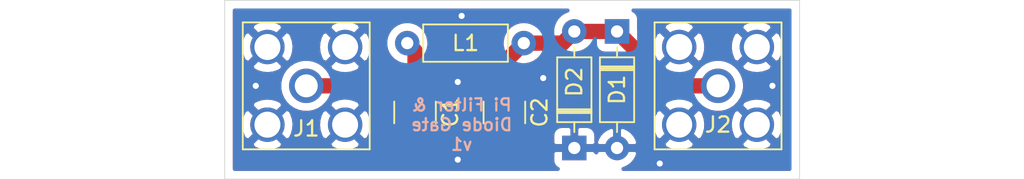
<source format=kicad_pcb>
(kicad_pcb (version 20171130) (host pcbnew "(5.1.7)-1")

  (general
    (thickness 1.6)
    (drawings 5)
    (tracks 18)
    (zones 0)
    (modules 7)
    (nets 4)
  )

  (page A4)
  (layers
    (0 F.Cu signal)
    (31 B.Cu signal)
    (32 B.Adhes user)
    (33 F.Adhes user)
    (34 B.Paste user)
    (35 F.Paste user)
    (36 B.SilkS user)
    (37 F.SilkS user)
    (38 B.Mask user)
    (39 F.Mask user)
    (40 Dwgs.User user)
    (41 Cmts.User user)
    (42 Eco1.User user)
    (43 Eco2.User user)
    (44 Edge.Cuts user)
    (45 Margin user)
    (46 B.CrtYd user)
    (47 F.CrtYd user)
    (48 B.Fab user)
    (49 F.Fab user hide)
  )

  (setup
    (last_trace_width 0.25)
    (user_trace_width 1)
    (trace_clearance 0.2)
    (zone_clearance 0.508)
    (zone_45_only no)
    (trace_min 0.2)
    (via_size 0.8)
    (via_drill 0.4)
    (via_min_size 0.4)
    (via_min_drill 0.3)
    (uvia_size 0.3)
    (uvia_drill 0.1)
    (uvias_allowed no)
    (uvia_min_size 0.2)
    (uvia_min_drill 0.1)
    (edge_width 0.05)
    (segment_width 0.2)
    (pcb_text_width 0.3)
    (pcb_text_size 1.5 1.5)
    (mod_edge_width 0.12)
    (mod_text_size 1 1)
    (mod_text_width 0.15)
    (pad_size 1.524 1.524)
    (pad_drill 0.762)
    (pad_to_mask_clearance 0)
    (aux_axis_origin 0 0)
    (visible_elements 7FFFFFFF)
    (pcbplotparams
      (layerselection 0x010fc_ffffffff)
      (usegerberextensions false)
      (usegerberattributes true)
      (usegerberadvancedattributes true)
      (creategerberjobfile true)
      (excludeedgelayer true)
      (linewidth 0.100000)
      (plotframeref false)
      (viasonmask false)
      (mode 1)
      (useauxorigin false)
      (hpglpennumber 1)
      (hpglpenspeed 20)
      (hpglpendiameter 15.000000)
      (psnegative false)
      (psa4output false)
      (plotreference true)
      (plotvalue true)
      (plotinvisibletext false)
      (padsonsilk false)
      (subtractmaskfromsilk false)
      (outputformat 1)
      (mirror false)
      (drillshape 1)
      (scaleselection 1)
      (outputdirectory ""))
  )

  (net 0 "")
  (net 1 "Net-(C1-Pad1)")
  (net 2 GND)
  (net 3 "Net-(C2-Pad1)")

  (net_class Default "This is the default net class."
    (clearance 0.2)
    (trace_width 0.25)
    (via_dia 0.8)
    (via_drill 0.4)
    (uvia_dia 0.3)
    (uvia_drill 0.1)
    (add_net GND)
    (add_net "Net-(C1-Pad1)")
    (add_net "Net-(C2-Pad1)")
  )

  (module Capacitor_SMD:C_1210_3225Metric_Pad1.33x2.70mm_HandSolder (layer F.Cu) (tedit 5F68FEEF) (tstamp 5FCB0A9C)
    (at 139.446 99.7835 270)
    (descr "Capacitor SMD 1210 (3225 Metric), square (rectangular) end terminal, IPC_7351 nominal with elongated pad for handsoldering. (Body size source: IPC-SM-782 page 76, https://www.pcb-3d.com/wordpress/wp-content/uploads/ipc-sm-782a_amendment_1_and_2.pdf), generated with kicad-footprint-generator")
    (tags "capacitor handsolder")
    (path /5FC9899A)
    (attr smd)
    (fp_text reference C1 (at 0 -2.3 90) (layer F.SilkS)
      (effects (font (size 1 1) (thickness 0.15)))
    )
    (fp_text value C (at 0 2.3) (layer F.Fab)
      (effects (font (size 1 1) (thickness 0.15)))
    )
    (fp_line (start 2.48 1.6) (end -2.48 1.6) (layer F.CrtYd) (width 0.05))
    (fp_line (start 2.48 -1.6) (end 2.48 1.6) (layer F.CrtYd) (width 0.05))
    (fp_line (start -2.48 -1.6) (end 2.48 -1.6) (layer F.CrtYd) (width 0.05))
    (fp_line (start -2.48 1.6) (end -2.48 -1.6) (layer F.CrtYd) (width 0.05))
    (fp_line (start -0.711252 1.36) (end 0.711252 1.36) (layer F.SilkS) (width 0.12))
    (fp_line (start -0.711252 -1.36) (end 0.711252 -1.36) (layer F.SilkS) (width 0.12))
    (fp_line (start 1.6 1.25) (end -1.6 1.25) (layer F.Fab) (width 0.1))
    (fp_line (start 1.6 -1.25) (end 1.6 1.25) (layer F.Fab) (width 0.1))
    (fp_line (start -1.6 -1.25) (end 1.6 -1.25) (layer F.Fab) (width 0.1))
    (fp_line (start -1.6 1.25) (end -1.6 -1.25) (layer F.Fab) (width 0.1))
    (fp_text user %R (at 0 0 90) (layer F.Fab)
      (effects (font (size 0.8 0.8) (thickness 0.12)))
    )
    (pad 1 smd roundrect (at -1.5625 0 270) (size 1.325 2.7) (layers F.Cu F.Paste F.Mask) (roundrect_rratio 0.188679)
      (net 1 "Net-(C1-Pad1)"))
    (pad 2 smd roundrect (at 1.5625 0 270) (size 1.325 2.7) (layers F.Cu F.Paste F.Mask) (roundrect_rratio 0.188679)
      (net 2 GND))
    (model ${KISYS3DMOD}/Capacitor_SMD.3dshapes/C_1210_3225Metric.wrl
      (at (xyz 0 0 0))
      (scale (xyz 1 1 1))
      (rotate (xyz 0 0 0))
    )
  )

  (module Capacitor_SMD:C_1210_3225Metric_Pad1.33x2.70mm_HandSolder (layer F.Cu) (tedit 5F68FEEF) (tstamp 5FCB0AAD)
    (at 145.288 99.7835 270)
    (descr "Capacitor SMD 1210 (3225 Metric), square (rectangular) end terminal, IPC_7351 nominal with elongated pad for handsoldering. (Body size source: IPC-SM-782 page 76, https://www.pcb-3d.com/wordpress/wp-content/uploads/ipc-sm-782a_amendment_1_and_2.pdf), generated with kicad-footprint-generator")
    (tags "capacitor handsolder")
    (path /5FC9982A)
    (attr smd)
    (fp_text reference C2 (at 0 -2.3 90) (layer F.SilkS)
      (effects (font (size 1 1) (thickness 0.15)))
    )
    (fp_text value C (at 0 2.3 90) (layer F.Fab)
      (effects (font (size 1 1) (thickness 0.15)))
    )
    (fp_line (start -1.6 1.25) (end -1.6 -1.25) (layer F.Fab) (width 0.1))
    (fp_line (start -1.6 -1.25) (end 1.6 -1.25) (layer F.Fab) (width 0.1))
    (fp_line (start 1.6 -1.25) (end 1.6 1.25) (layer F.Fab) (width 0.1))
    (fp_line (start 1.6 1.25) (end -1.6 1.25) (layer F.Fab) (width 0.1))
    (fp_line (start -0.711252 -1.36) (end 0.711252 -1.36) (layer F.SilkS) (width 0.12))
    (fp_line (start -0.711252 1.36) (end 0.711252 1.36) (layer F.SilkS) (width 0.12))
    (fp_line (start -2.48 1.6) (end -2.48 -1.6) (layer F.CrtYd) (width 0.05))
    (fp_line (start -2.48 -1.6) (end 2.48 -1.6) (layer F.CrtYd) (width 0.05))
    (fp_line (start 2.48 -1.6) (end 2.48 1.6) (layer F.CrtYd) (width 0.05))
    (fp_line (start 2.48 1.6) (end -2.48 1.6) (layer F.CrtYd) (width 0.05))
    (fp_text user %R (at 0 0 90) (layer F.Fab)
      (effects (font (size 0.8 0.8) (thickness 0.12)))
    )
    (pad 2 smd roundrect (at 1.5625 0 270) (size 1.325 2.7) (layers F.Cu F.Paste F.Mask) (roundrect_rratio 0.188679)
      (net 2 GND))
    (pad 1 smd roundrect (at -1.5625 0 270) (size 1.325 2.7) (layers F.Cu F.Paste F.Mask) (roundrect_rratio 0.188679)
      (net 3 "Net-(C2-Pad1)"))
    (model ${KISYS3DMOD}/Capacitor_SMD.3dshapes/C_1210_3225Metric.wrl
      (at (xyz 0 0 0))
      (scale (xyz 1 1 1))
      (rotate (xyz 0 0 0))
    )
  )

  (module Diode_THT:D_DO-35_SOD27_P7.62mm_Horizontal (layer F.Cu) (tedit 5AE50CD5) (tstamp 5FCB0ACC)
    (at 152.654 94.488 270)
    (descr "Diode, DO-35_SOD27 series, Axial, Horizontal, pin pitch=7.62mm, , length*diameter=4*2mm^2, , http://www.diodes.com/_files/packages/DO-35.pdf")
    (tags "Diode DO-35_SOD27 series Axial Horizontal pin pitch 7.62mm  length 4mm diameter 2mm")
    (path /5FCA388A)
    (fp_text reference D1 (at 3.81 0 90) (layer F.SilkS)
      (effects (font (size 1 1) (thickness 0.15)))
    )
    (fp_text value 1N4148 (at 3.81 2.12 90) (layer F.Fab)
      (effects (font (size 1 1) (thickness 0.15)))
    )
    (fp_line (start 8.67 -1.25) (end -1.05 -1.25) (layer F.CrtYd) (width 0.05))
    (fp_line (start 8.67 1.25) (end 8.67 -1.25) (layer F.CrtYd) (width 0.05))
    (fp_line (start -1.05 1.25) (end 8.67 1.25) (layer F.CrtYd) (width 0.05))
    (fp_line (start -1.05 -1.25) (end -1.05 1.25) (layer F.CrtYd) (width 0.05))
    (fp_line (start 2.29 -1.12) (end 2.29 1.12) (layer F.SilkS) (width 0.12))
    (fp_line (start 2.53 -1.12) (end 2.53 1.12) (layer F.SilkS) (width 0.12))
    (fp_line (start 2.41 -1.12) (end 2.41 1.12) (layer F.SilkS) (width 0.12))
    (fp_line (start 6.58 0) (end 5.93 0) (layer F.SilkS) (width 0.12))
    (fp_line (start 1.04 0) (end 1.69 0) (layer F.SilkS) (width 0.12))
    (fp_line (start 5.93 -1.12) (end 1.69 -1.12) (layer F.SilkS) (width 0.12))
    (fp_line (start 5.93 1.12) (end 5.93 -1.12) (layer F.SilkS) (width 0.12))
    (fp_line (start 1.69 1.12) (end 5.93 1.12) (layer F.SilkS) (width 0.12))
    (fp_line (start 1.69 -1.12) (end 1.69 1.12) (layer F.SilkS) (width 0.12))
    (fp_line (start 2.31 -1) (end 2.31 1) (layer F.Fab) (width 0.1))
    (fp_line (start 2.51 -1) (end 2.51 1) (layer F.Fab) (width 0.1))
    (fp_line (start 2.41 -1) (end 2.41 1) (layer F.Fab) (width 0.1))
    (fp_line (start 7.62 0) (end 5.81 0) (layer F.Fab) (width 0.1))
    (fp_line (start 0 0) (end 1.81 0) (layer F.Fab) (width 0.1))
    (fp_line (start 5.81 -1) (end 1.81 -1) (layer F.Fab) (width 0.1))
    (fp_line (start 5.81 1) (end 5.81 -1) (layer F.Fab) (width 0.1))
    (fp_line (start 1.81 1) (end 5.81 1) (layer F.Fab) (width 0.1))
    (fp_line (start 1.81 -1) (end 1.81 1) (layer F.Fab) (width 0.1))
    (fp_text user %R (at 4.11 0 90) (layer F.Fab)
      (effects (font (size 0.8 0.8) (thickness 0.12)))
    )
    (fp_text user K (at 0 -1.8 90) (layer F.Fab)
      (effects (font (size 1 1) (thickness 0.15)))
    )
    (pad 1 thru_hole rect (at 0 0 270) (size 1.6 1.6) (drill 0.8) (layers *.Cu *.Mask)
      (net 3 "Net-(C2-Pad1)"))
    (pad 2 thru_hole oval (at 7.62 0 270) (size 1.6 1.6) (drill 0.8) (layers *.Cu *.Mask)
      (net 2 GND))
    (model ${KISYS3DMOD}/Diode_THT.3dshapes/D_DO-35_SOD27_P7.62mm_Horizontal.wrl
      (at (xyz 0 0 0))
      (scale (xyz 1 1 1))
      (rotate (xyz 0 0 0))
    )
  )

  (module Diode_THT:D_DO-35_SOD27_P7.62mm_Horizontal (layer F.Cu) (tedit 5AE50CD5) (tstamp 5FCB0AEB)
    (at 149.86 102.108 90)
    (descr "Diode, DO-35_SOD27 series, Axial, Horizontal, pin pitch=7.62mm, , length*diameter=4*2mm^2, , http://www.diodes.com/_files/packages/DO-35.pdf")
    (tags "Diode DO-35_SOD27 series Axial Horizontal pin pitch 7.62mm  length 4mm diameter 2mm")
    (path /5FCA4757)
    (fp_text reference D2 (at 4.318 0 90) (layer F.SilkS)
      (effects (font (size 1 1) (thickness 0.15)))
    )
    (fp_text value 1N4148 (at 3.81 2.12 90) (layer F.Fab)
      (effects (font (size 1 1) (thickness 0.15)))
    )
    (fp_line (start 1.81 -1) (end 1.81 1) (layer F.Fab) (width 0.1))
    (fp_line (start 1.81 1) (end 5.81 1) (layer F.Fab) (width 0.1))
    (fp_line (start 5.81 1) (end 5.81 -1) (layer F.Fab) (width 0.1))
    (fp_line (start 5.81 -1) (end 1.81 -1) (layer F.Fab) (width 0.1))
    (fp_line (start 0 0) (end 1.81 0) (layer F.Fab) (width 0.1))
    (fp_line (start 7.62 0) (end 5.81 0) (layer F.Fab) (width 0.1))
    (fp_line (start 2.41 -1) (end 2.41 1) (layer F.Fab) (width 0.1))
    (fp_line (start 2.51 -1) (end 2.51 1) (layer F.Fab) (width 0.1))
    (fp_line (start 2.31 -1) (end 2.31 1) (layer F.Fab) (width 0.1))
    (fp_line (start 1.69 -1.12) (end 1.69 1.12) (layer F.SilkS) (width 0.12))
    (fp_line (start 1.69 1.12) (end 5.93 1.12) (layer F.SilkS) (width 0.12))
    (fp_line (start 5.93 1.12) (end 5.93 -1.12) (layer F.SilkS) (width 0.12))
    (fp_line (start 5.93 -1.12) (end 1.69 -1.12) (layer F.SilkS) (width 0.12))
    (fp_line (start 1.04 0) (end 1.69 0) (layer F.SilkS) (width 0.12))
    (fp_line (start 6.58 0) (end 5.93 0) (layer F.SilkS) (width 0.12))
    (fp_line (start 2.41 -1.12) (end 2.41 1.12) (layer F.SilkS) (width 0.12))
    (fp_line (start 2.53 -1.12) (end 2.53 1.12) (layer F.SilkS) (width 0.12))
    (fp_line (start 2.29 -1.12) (end 2.29 1.12) (layer F.SilkS) (width 0.12))
    (fp_line (start -1.05 -1.25) (end -1.05 1.25) (layer F.CrtYd) (width 0.05))
    (fp_line (start -1.05 1.25) (end 8.67 1.25) (layer F.CrtYd) (width 0.05))
    (fp_line (start 8.67 1.25) (end 8.67 -1.25) (layer F.CrtYd) (width 0.05))
    (fp_line (start 8.67 -1.25) (end -1.05 -1.25) (layer F.CrtYd) (width 0.05))
    (fp_text user K (at 0 -1.8 90) (layer F.Fab)
      (effects (font (size 1 1) (thickness 0.15)))
    )
    (fp_text user %R (at 4.11 0 90) (layer F.Fab)
      (effects (font (size 0.8 0.8) (thickness 0.12)))
    )
    (pad 2 thru_hole oval (at 7.62 0 90) (size 1.6 1.6) (drill 0.8) (layers *.Cu *.Mask)
      (net 3 "Net-(C2-Pad1)"))
    (pad 1 thru_hole rect (at 0 0 90) (size 1.6 1.6) (drill 0.8) (layers *.Cu *.Mask)
      (net 2 GND))
    (model ${KISYS3DMOD}/Diode_THT.3dshapes/D_DO-35_SOD27_P7.62mm_Horizontal.wrl
      (at (xyz 0 0 0))
      (scale (xyz 1 1 1))
      (rotate (xyz 0 0 0))
    )
  )

  (module Connector_Coaxial:SMA_Amphenol_132203-12_Horizontal (layer F.Cu) (tedit 5CF42CD6) (tstamp 5FCB0B19)
    (at 132.334 98.044 90)
    (descr https://www.amphenolrf.com/media/downloads/1769/132203-12.pdf)
    (tags "SMA THT Female Jack Horizontal")
    (path /5FC9CEE4)
    (fp_text reference J1 (at -2.794 0) (layer F.SilkS)
      (effects (font (size 1 1) (thickness 0.15)))
    )
    (fp_text value Conn_Coaxial (at 0 5 90) (layer F.Fab)
      (effects (font (size 1 1) (thickness 0.15)))
    )
    (fp_line (start -3.175 -18) (end 3.175 -18.706) (layer F.Fab) (width 0.1))
    (fp_line (start -4 -4) (end 4 -4) (layer F.Fab) (width 0.1))
    (fp_line (start -3.9 -5.07) (end -3.9 -4) (layer F.Fab) (width 0.1))
    (fp_line (start 3.9 -5.07) (end -3.9 -5.07) (layer F.Fab) (width 0.1))
    (fp_line (start 3.9 -4) (end 3.9 -5.07) (layer F.Fab) (width 0.1))
    (fp_line (start 3.175 -19.5) (end 3.175 -5.07) (layer F.Fab) (width 0.1))
    (fp_line (start -3.175 -19.5) (end -3.175 -5.07) (layer F.Fab) (width 0.1))
    (fp_line (start -3.175 -19.5) (end 3.175 -19.5) (layer F.Fab) (width 0.1))
    (fp_line (start -4.15 -4.15) (end 4.15 -4.15) (layer F.SilkS) (width 0.12))
    (fp_line (start -4.15 4.15) (end 4.15 4.15) (layer F.SilkS) (width 0.12))
    (fp_line (start 4.15 -4.15) (end 4.15 4.15) (layer F.SilkS) (width 0.12))
    (fp_line (start -4.15 -4.15) (end -4.15 4.15) (layer F.SilkS) (width 0.12))
    (fp_line (start 4 -4) (end 4 4) (layer F.Fab) (width 0.1))
    (fp_line (start -4 4) (end 4 4) (layer F.Fab) (width 0.1))
    (fp_line (start -4 -4) (end -4 4) (layer F.Fab) (width 0.1))
    (fp_line (start -4.5 -20) (end 4.5 -20) (layer F.CrtYd) (width 0.05))
    (fp_line (start -4.5 -20) (end -4.5 4.5) (layer F.CrtYd) (width 0.05))
    (fp_line (start 4.5 4.5) (end 4.5 -20) (layer F.CrtYd) (width 0.05))
    (fp_line (start 4.5 4.5) (end -4.5 4.5) (layer F.CrtYd) (width 0.05))
    (fp_line (start -3.175 -17.294) (end 3.175 -18) (layer F.Fab) (width 0.1))
    (fp_line (start -3.175 -16.588) (end 3.175 -17.294) (layer F.Fab) (width 0.1))
    (fp_line (start -3.175 -15.882) (end 3.175 -16.588) (layer F.Fab) (width 0.1))
    (fp_line (start -3.175 -15.176) (end 3.175 -15.882) (layer F.Fab) (width 0.1))
    (fp_line (start -3.175 -14.47) (end 3.175 -15.176) (layer F.Fab) (width 0.1))
    (fp_line (start -3.175 -13.764) (end 3.175 -14.47) (layer F.Fab) (width 0.1))
    (fp_line (start -3.175 -13.058) (end 3.175 -13.764) (layer F.Fab) (width 0.1))
    (fp_line (start -3.175 -12.352) (end 3.175 -13.058) (layer F.Fab) (width 0.1))
    (fp_line (start -3.175 -11.646) (end 3.175 -12.352) (layer F.Fab) (width 0.1))
    (fp_line (start -3.175 -10.94) (end 3.175 -11.646) (layer F.Fab) (width 0.1))
    (fp_line (start -3.175 -10.234) (end 3.175 -10.94) (layer F.Fab) (width 0.1))
    (fp_line (start -3.175 -9.528) (end 3.175 -10.234) (layer F.Fab) (width 0.1))
    (fp_line (start -3.175 -8.822) (end 3.175 -9.528) (layer F.Fab) (width 0.1))
    (fp_line (start -3.175 -8.116) (end 3.175 -8.822) (layer F.Fab) (width 0.1))
    (fp_line (start -3.175 -7.41) (end 3.175 -8.116) (layer F.Fab) (width 0.1))
    (fp_line (start -3.175 -6.704) (end 3.175 -7.41) (layer F.Fab) (width 0.1))
    (fp_line (start -3.175 -5.998) (end 3.175 -6.704) (layer F.Fab) (width 0.1))
    (fp_text user %R (at 0 0 90) (layer F.Fab)
      (effects (font (size 1 1) (thickness 0.15)))
    )
    (pad 1 thru_hole circle (at 0 0 90) (size 2.25 2.25) (drill 1.5) (layers *.Cu *.Mask)
      (net 1 "Net-(C1-Pad1)"))
    (pad 2 thru_hole circle (at 2.54 2.54 180) (size 2.25 2.25) (drill 1.7) (layers *.Cu *.Mask)
      (net 2 GND))
    (pad 2 thru_hole circle (at 2.54 -2.54 90) (size 2.25 2.25) (drill 1.7) (layers *.Cu *.Mask)
      (net 2 GND))
    (pad 2 thru_hole circle (at -2.54 -2.54 90) (size 2.25 2.25) (drill 1.7) (layers *.Cu *.Mask)
      (net 2 GND))
    (pad 2 thru_hole circle (at -2.54 2.54 90) (size 2.25 2.25) (drill 1.7) (layers *.Cu *.Mask)
      (net 2 GND))
    (model ${KISYS3DMOD}/Connector_Coaxial.3dshapes/SMA_Amphenol_132203-12_Horizontal.wrl
      (at (xyz 0 0 0))
      (scale (xyz 1 1 1))
      (rotate (xyz 0 0 0))
    )
  )

  (module Connector_Coaxial:SMA_Amphenol_132203-12_Horizontal (layer F.Cu) (tedit 5CF42CD6) (tstamp 5FCB0B47)
    (at 159.258 98.044 270)
    (descr https://www.amphenolrf.com/media/downloads/1769/132203-12.pdf)
    (tags "SMA THT Female Jack Horizontal")
    (path /5FC9AC20)
    (fp_text reference J2 (at 2.54 0) (layer F.SilkS)
      (effects (font (size 1 1) (thickness 0.15)))
    )
    (fp_text value Conn_Coaxial (at 0 5 90) (layer F.Fab)
      (effects (font (size 1 1) (thickness 0.15)))
    )
    (fp_line (start -3.175 -5.998) (end 3.175 -6.704) (layer F.Fab) (width 0.1))
    (fp_line (start -3.175 -6.704) (end 3.175 -7.41) (layer F.Fab) (width 0.1))
    (fp_line (start -3.175 -7.41) (end 3.175 -8.116) (layer F.Fab) (width 0.1))
    (fp_line (start -3.175 -8.116) (end 3.175 -8.822) (layer F.Fab) (width 0.1))
    (fp_line (start -3.175 -8.822) (end 3.175 -9.528) (layer F.Fab) (width 0.1))
    (fp_line (start -3.175 -9.528) (end 3.175 -10.234) (layer F.Fab) (width 0.1))
    (fp_line (start -3.175 -10.234) (end 3.175 -10.94) (layer F.Fab) (width 0.1))
    (fp_line (start -3.175 -10.94) (end 3.175 -11.646) (layer F.Fab) (width 0.1))
    (fp_line (start -3.175 -11.646) (end 3.175 -12.352) (layer F.Fab) (width 0.1))
    (fp_line (start -3.175 -12.352) (end 3.175 -13.058) (layer F.Fab) (width 0.1))
    (fp_line (start -3.175 -13.058) (end 3.175 -13.764) (layer F.Fab) (width 0.1))
    (fp_line (start -3.175 -13.764) (end 3.175 -14.47) (layer F.Fab) (width 0.1))
    (fp_line (start -3.175 -14.47) (end 3.175 -15.176) (layer F.Fab) (width 0.1))
    (fp_line (start -3.175 -15.176) (end 3.175 -15.882) (layer F.Fab) (width 0.1))
    (fp_line (start -3.175 -15.882) (end 3.175 -16.588) (layer F.Fab) (width 0.1))
    (fp_line (start -3.175 -16.588) (end 3.175 -17.294) (layer F.Fab) (width 0.1))
    (fp_line (start -3.175 -17.294) (end 3.175 -18) (layer F.Fab) (width 0.1))
    (fp_line (start 4.5 4.5) (end -4.5 4.5) (layer F.CrtYd) (width 0.05))
    (fp_line (start 4.5 4.5) (end 4.5 -20) (layer F.CrtYd) (width 0.05))
    (fp_line (start -4.5 -20) (end -4.5 4.5) (layer F.CrtYd) (width 0.05))
    (fp_line (start -4.5 -20) (end 4.5 -20) (layer F.CrtYd) (width 0.05))
    (fp_line (start -4 -4) (end -4 4) (layer F.Fab) (width 0.1))
    (fp_line (start -4 4) (end 4 4) (layer F.Fab) (width 0.1))
    (fp_line (start 4 -4) (end 4 4) (layer F.Fab) (width 0.1))
    (fp_line (start -4.15 -4.15) (end -4.15 4.15) (layer F.SilkS) (width 0.12))
    (fp_line (start 4.15 -4.15) (end 4.15 4.15) (layer F.SilkS) (width 0.12))
    (fp_line (start -4.15 4.15) (end 4.15 4.15) (layer F.SilkS) (width 0.12))
    (fp_line (start -4.15 -4.15) (end 4.15 -4.15) (layer F.SilkS) (width 0.12))
    (fp_line (start -3.175 -19.5) (end 3.175 -19.5) (layer F.Fab) (width 0.1))
    (fp_line (start -3.175 -19.5) (end -3.175 -5.07) (layer F.Fab) (width 0.1))
    (fp_line (start 3.175 -19.5) (end 3.175 -5.07) (layer F.Fab) (width 0.1))
    (fp_line (start 3.9 -4) (end 3.9 -5.07) (layer F.Fab) (width 0.1))
    (fp_line (start 3.9 -5.07) (end -3.9 -5.07) (layer F.Fab) (width 0.1))
    (fp_line (start -3.9 -5.07) (end -3.9 -4) (layer F.Fab) (width 0.1))
    (fp_line (start -4 -4) (end 4 -4) (layer F.Fab) (width 0.1))
    (fp_line (start -3.175 -18) (end 3.175 -18.706) (layer F.Fab) (width 0.1))
    (fp_text user %R (at 0 0 90) (layer F.Fab)
      (effects (font (size 1 1) (thickness 0.15)))
    )
    (pad 2 thru_hole circle (at -2.54 2.54 270) (size 2.25 2.25) (drill 1.7) (layers *.Cu *.Mask)
      (net 2 GND))
    (pad 2 thru_hole circle (at -2.54 -2.54 270) (size 2.25 2.25) (drill 1.7) (layers *.Cu *.Mask)
      (net 2 GND))
    (pad 2 thru_hole circle (at 2.54 -2.54 270) (size 2.25 2.25) (drill 1.7) (layers *.Cu *.Mask)
      (net 2 GND))
    (pad 2 thru_hole circle (at 2.54 2.54) (size 2.25 2.25) (drill 1.7) (layers *.Cu *.Mask)
      (net 2 GND))
    (pad 1 thru_hole circle (at 0 0 270) (size 2.25 2.25) (drill 1.5) (layers *.Cu *.Mask)
      (net 3 "Net-(C2-Pad1)"))
    (model ${KISYS3DMOD}/Connector_Coaxial.3dshapes/SMA_Amphenol_132203-12_Horizontal.wrl
      (at (xyz 0 0 0))
      (scale (xyz 1 1 1))
      (rotate (xyz 0 0 0))
    )
  )

  (module Inductor_THT:L_Axial_L5.3mm_D2.2mm_P7.62mm_Horizontal_Vishay_IM-1 (layer F.Cu) (tedit 5AE59B05) (tstamp 5FCB0B5C)
    (at 138.938 95.25)
    (descr "Inductor, Axial series, Axial, Horizontal, pin pitch=7.62mm, , length*diameter=5.3*2.2mm^2, Vishay, IM-1, http://www.vishay.com/docs/34030/im.pdf")
    (tags "Inductor Axial series Axial Horizontal pin pitch 7.62mm  length 5.3mm diameter 2.2mm Vishay IM-1")
    (path /5FC9829B)
    (fp_text reference L1 (at 3.81 0) (layer F.SilkS)
      (effects (font (size 1 1) (thickness 0.15)))
    )
    (fp_text value L (at 3.81 2.22) (layer F.Fab)
      (effects (font (size 1 1) (thickness 0.15)))
    )
    (fp_line (start 8.67 -1.35) (end -1.05 -1.35) (layer F.CrtYd) (width 0.05))
    (fp_line (start 8.67 1.35) (end 8.67 -1.35) (layer F.CrtYd) (width 0.05))
    (fp_line (start -1.05 1.35) (end 8.67 1.35) (layer F.CrtYd) (width 0.05))
    (fp_line (start -1.05 -1.35) (end -1.05 1.35) (layer F.CrtYd) (width 0.05))
    (fp_line (start 6.58 -1.22) (end 1.04 -1.22) (layer F.SilkS) (width 0.12))
    (fp_line (start 6.58 1.22) (end 6.58 -1.22) (layer F.SilkS) (width 0.12))
    (fp_line (start 1.04 1.22) (end 6.58 1.22) (layer F.SilkS) (width 0.12))
    (fp_line (start 1.04 -1.22) (end 1.04 1.22) (layer F.SilkS) (width 0.12))
    (fp_line (start 7.62 0) (end 6.46 0) (layer F.Fab) (width 0.1))
    (fp_line (start 0 0) (end 1.16 0) (layer F.Fab) (width 0.1))
    (fp_line (start 6.46 -1.1) (end 1.16 -1.1) (layer F.Fab) (width 0.1))
    (fp_line (start 6.46 1.1) (end 6.46 -1.1) (layer F.Fab) (width 0.1))
    (fp_line (start 1.16 1.1) (end 6.46 1.1) (layer F.Fab) (width 0.1))
    (fp_line (start 1.16 -1.1) (end 1.16 1.1) (layer F.Fab) (width 0.1))
    (fp_text user %R (at 3.81 0) (layer F.Fab)
      (effects (font (size 1 1) (thickness 0.15)))
    )
    (pad 1 thru_hole circle (at 0 0) (size 1.6 1.6) (drill 0.8) (layers *.Cu *.Mask)
      (net 1 "Net-(C1-Pad1)"))
    (pad 2 thru_hole oval (at 7.62 0) (size 1.6 1.6) (drill 0.8) (layers *.Cu *.Mask)
      (net 3 "Net-(C2-Pad1)"))
    (model ${KISYS3DMOD}/Inductor_THT.3dshapes/L_Axial_L5.3mm_D2.2mm_P7.62mm_Horizontal_Vishay_IM-1.wrl
      (at (xyz 0 0 0))
      (scale (xyz 1 1 1))
      (rotate (xyz 0 0 0))
    )
  )

  (gr_text "Pi Filter &\nDiode Gate\nv1" (at 142.494 100.584) (layer B.SilkS)
    (effects (font (size 0.8 0.8) (thickness 0.15)) (justify mirror))
  )
  (gr_line (start 127 104.14) (end 127 92.456) (layer Edge.Cuts) (width 0.05) (tstamp 5FCB184B))
  (gr_line (start 164.592 104.14) (end 127 104.14) (layer Edge.Cuts) (width 0.05))
  (gr_line (start 164.592 92.456) (end 164.592 104.14) (layer Edge.Cuts) (width 0.05))
  (gr_line (start 127 92.456) (end 164.592 92.456) (layer Edge.Cuts) (width 0.05))

  (segment (start 139.269 98.044) (end 139.446 98.221) (width 1) (layer F.Cu) (net 1))
  (segment (start 132.334 98.044) (end 139.269 98.044) (width 1) (layer F.Cu) (net 1))
  (segment (start 139.446 95.758) (end 138.938 95.25) (width 1) (layer F.Cu) (net 1))
  (segment (start 139.446 98.221) (end 139.446 95.758) (width 1) (layer F.Cu) (net 1))
  (via (at 142.24 102.87) (size 0.8) (drill 0.4) (layers F.Cu B.Cu) (net 2))
  (via (at 142.24 97.79) (size 0.8) (drill 0.4) (layers F.Cu B.Cu) (net 2))
  (via (at 147.828 97.536) (size 0.8) (drill 0.4) (layers F.Cu B.Cu) (net 2))
  (via (at 155.448 103.124) (size 0.8) (drill 0.4) (layers F.Cu B.Cu) (net 2))
  (via (at 162.814 98.044) (size 0.8) (drill 0.4) (layers F.Cu B.Cu) (net 2))
  (via (at 129.032 98.044) (size 0.8) (drill 0.4) (layers F.Cu B.Cu) (net 2))
  (via (at 142.494 93.472) (size 0.8) (drill 0.4) (layers F.Cu B.Cu) (net 2))
  (segment (start 145.288 96.52) (end 146.558 95.25) (width 1) (layer F.Cu) (net 3))
  (segment (start 145.288 98.221) (end 145.288 96.52) (width 1) (layer F.Cu) (net 3))
  (segment (start 149.098 95.25) (end 149.86 94.488) (width 1) (layer F.Cu) (net 3))
  (segment (start 146.558 95.25) (end 149.098 95.25) (width 1) (layer F.Cu) (net 3))
  (segment (start 149.86 94.488) (end 152.654 94.488) (width 1) (layer F.Cu) (net 3))
  (segment (start 156.21 98.044) (end 159.258 98.044) (width 1) (layer F.Cu) (net 3))
  (segment (start 152.654 94.488) (end 156.21 98.044) (width 1) (layer F.Cu) (net 3))

  (zone (net 2) (net_name GND) (layer B.Cu) (tstamp 5FCB1945) (hatch edge 0.508)
    (connect_pads (clearance 0.508))
    (min_thickness 0.254)
    (fill yes (arc_segments 32) (thermal_gap 0.508) (thermal_bridge_width 0.508))
    (polygon
      (pts
        (xy 164.338 103.886) (xy 127.254 103.886) (xy 127.254 92.71) (xy 164.338 92.71)
      )
    )
    (filled_polygon
      (pts
        (xy 149.180273 93.21632) (xy 148.945241 93.373363) (xy 148.745363 93.573241) (xy 148.58832 93.808273) (xy 148.480147 94.069426)
        (xy 148.425 94.346665) (xy 148.425 94.629335) (xy 148.480147 94.906574) (xy 148.58832 95.167727) (xy 148.745363 95.402759)
        (xy 148.945241 95.602637) (xy 149.180273 95.75968) (xy 149.441426 95.867853) (xy 149.718665 95.923) (xy 150.001335 95.923)
        (xy 150.278574 95.867853) (xy 150.539727 95.75968) (xy 150.774759 95.602637) (xy 150.974637 95.402759) (xy 151.13168 95.167727)
        (xy 151.215928 94.964334) (xy 151.215928 95.288) (xy 151.228188 95.412482) (xy 151.264498 95.53218) (xy 151.323463 95.642494)
        (xy 151.402815 95.739185) (xy 151.499506 95.818537) (xy 151.60982 95.877502) (xy 151.729518 95.913812) (xy 151.854 95.926072)
        (xy 153.454 95.926072) (xy 153.578482 95.913812) (xy 153.69818 95.877502) (xy 153.808494 95.818537) (xy 153.905185 95.739185)
        (xy 153.984537 95.642494) (xy 154.027749 95.56165) (xy 154.950424 95.56165) (xy 154.995634 95.90538) (xy 155.107034 96.233685)
        (xy 155.216286 96.438079) (xy 155.493469 96.548926) (xy 156.538395 95.504) (xy 156.897605 95.504) (xy 157.942531 96.548926)
        (xy 158.219714 96.438079) (xy 158.373089 96.12716) (xy 158.46286 95.792295) (xy 158.478004 95.56165) (xy 160.030424 95.56165)
        (xy 160.075634 95.90538) (xy 160.187034 96.233685) (xy 160.296286 96.438079) (xy 160.573469 96.548926) (xy 161.618395 95.504)
        (xy 161.977605 95.504) (xy 163.022531 96.548926) (xy 163.299714 96.438079) (xy 163.453089 96.12716) (xy 163.54286 95.792295)
        (xy 163.565576 95.44635) (xy 163.520366 95.10262) (xy 163.408966 94.774315) (xy 163.299714 94.569921) (xy 163.022531 94.459074)
        (xy 161.977605 95.504) (xy 161.618395 95.504) (xy 160.573469 94.459074) (xy 160.296286 94.569921) (xy 160.142911 94.88084)
        (xy 160.05314 95.215705) (xy 160.030424 95.56165) (xy 158.478004 95.56165) (xy 158.485576 95.44635) (xy 158.440366 95.10262)
        (xy 158.328966 94.774315) (xy 158.219714 94.569921) (xy 157.942531 94.459074) (xy 156.897605 95.504) (xy 156.538395 95.504)
        (xy 155.493469 94.459074) (xy 155.216286 94.569921) (xy 155.062911 94.88084) (xy 154.97314 95.215705) (xy 154.950424 95.56165)
        (xy 154.027749 95.56165) (xy 154.043502 95.53218) (xy 154.079812 95.412482) (xy 154.092072 95.288) (xy 154.092072 94.279469)
        (xy 155.673074 94.279469) (xy 156.718 95.324395) (xy 157.762926 94.279469) (xy 160.753074 94.279469) (xy 161.798 95.324395)
        (xy 162.842926 94.279469) (xy 162.732079 94.002286) (xy 162.42116 93.848911) (xy 162.086295 93.75914) (xy 161.74035 93.736424)
        (xy 161.39662 93.781634) (xy 161.068315 93.893034) (xy 160.863921 94.002286) (xy 160.753074 94.279469) (xy 157.762926 94.279469)
        (xy 157.652079 94.002286) (xy 157.34116 93.848911) (xy 157.006295 93.75914) (xy 156.66035 93.736424) (xy 156.31662 93.781634)
        (xy 155.988315 93.893034) (xy 155.783921 94.002286) (xy 155.673074 94.279469) (xy 154.092072 94.279469) (xy 154.092072 93.688)
        (xy 154.079812 93.563518) (xy 154.043502 93.44382) (xy 153.984537 93.333506) (xy 153.905185 93.236815) (xy 153.808494 93.157463)
        (xy 153.730923 93.116) (xy 163.932 93.116) (xy 163.932001 103.48) (xy 153.068662 103.48) (xy 153.137087 103.459246)
        (xy 153.39142 103.339037) (xy 153.617414 103.171519) (xy 153.806385 102.963131) (xy 153.95107 102.721881) (xy 154.045909 102.45704)
        (xy 153.924624 102.235) (xy 152.781 102.235) (xy 152.781 102.255) (xy 152.527 102.255) (xy 152.527 102.235)
        (xy 151.383376 102.235) (xy 151.295018 102.39676) (xy 151.295 102.39375) (xy 151.13625 102.235) (xy 149.987 102.235)
        (xy 149.987 102.255) (xy 149.733 102.255) (xy 149.733 102.235) (xy 148.58375 102.235) (xy 148.425 102.39375)
        (xy 148.421928 102.908) (xy 148.434188 103.032482) (xy 148.470498 103.15218) (xy 148.529463 103.262494) (xy 148.608815 103.359185)
        (xy 148.705506 103.438537) (xy 148.783077 103.48) (xy 127.66 103.48) (xy 127.66 101.808531) (xy 128.749074 101.808531)
        (xy 128.859921 102.085714) (xy 129.17084 102.239089) (xy 129.505705 102.32886) (xy 129.85165 102.351576) (xy 130.19538 102.306366)
        (xy 130.523685 102.194966) (xy 130.728079 102.085714) (xy 130.838926 101.808531) (xy 133.829074 101.808531) (xy 133.939921 102.085714)
        (xy 134.25084 102.239089) (xy 134.585705 102.32886) (xy 134.93165 102.351576) (xy 135.27538 102.306366) (xy 135.603685 102.194966)
        (xy 135.808079 102.085714) (xy 135.918926 101.808531) (xy 134.874 100.763605) (xy 133.829074 101.808531) (xy 130.838926 101.808531)
        (xy 129.794 100.763605) (xy 128.749074 101.808531) (xy 127.66 101.808531) (xy 127.66 100.64165) (xy 128.026424 100.64165)
        (xy 128.071634 100.98538) (xy 128.183034 101.313685) (xy 128.292286 101.518079) (xy 128.569469 101.628926) (xy 129.614395 100.584)
        (xy 129.973605 100.584) (xy 131.018531 101.628926) (xy 131.295714 101.518079) (xy 131.449089 101.20716) (xy 131.53886 100.872295)
        (xy 131.554004 100.64165) (xy 133.106424 100.64165) (xy 133.151634 100.98538) (xy 133.263034 101.313685) (xy 133.372286 101.518079)
        (xy 133.649469 101.628926) (xy 134.694395 100.584) (xy 135.053605 100.584) (xy 136.098531 101.628926) (xy 136.375714 101.518079)
        (xy 136.479345 101.308) (xy 148.421928 101.308) (xy 148.425 101.82225) (xy 148.58375 101.981) (xy 149.733 101.981)
        (xy 149.733 100.83175) (xy 149.987 100.83175) (xy 149.987 101.981) (xy 151.13625 101.981) (xy 151.295 101.82225)
        (xy 151.295018 101.81924) (xy 151.383376 101.981) (xy 152.527 101.981) (xy 152.527 100.838085) (xy 152.781 100.838085)
        (xy 152.781 101.981) (xy 153.924624 101.981) (xy 154.018831 101.808531) (xy 155.673074 101.808531) (xy 155.783921 102.085714)
        (xy 156.09484 102.239089) (xy 156.429705 102.32886) (xy 156.77565 102.351576) (xy 157.11938 102.306366) (xy 157.447685 102.194966)
        (xy 157.652079 102.085714) (xy 157.762926 101.808531) (xy 160.753074 101.808531) (xy 160.863921 102.085714) (xy 161.17484 102.239089)
        (xy 161.509705 102.32886) (xy 161.85565 102.351576) (xy 162.19938 102.306366) (xy 162.527685 102.194966) (xy 162.732079 102.085714)
        (xy 162.842926 101.808531) (xy 161.798 100.763605) (xy 160.753074 101.808531) (xy 157.762926 101.808531) (xy 156.718 100.763605)
        (xy 155.673074 101.808531) (xy 154.018831 101.808531) (xy 154.045909 101.75896) (xy 153.95107 101.494119) (xy 153.806385 101.252869)
        (xy 153.617414 101.044481) (xy 153.39142 100.876963) (xy 153.137087 100.756754) (xy 153.003039 100.716096) (xy 152.781 100.838085)
        (xy 152.527 100.838085) (xy 152.304961 100.716096) (xy 152.170913 100.756754) (xy 151.91658 100.876963) (xy 151.690586 101.044481)
        (xy 151.501615 101.252869) (xy 151.35693 101.494119) (xy 151.295943 101.664428) (xy 151.298072 101.308) (xy 151.285812 101.183518)
        (xy 151.249502 101.06382) (xy 151.190537 100.953506) (xy 151.111185 100.856815) (xy 151.014494 100.777463) (xy 150.90418 100.718498)
        (xy 150.784482 100.682188) (xy 150.66 100.669928) (xy 150.14575 100.673) (xy 149.987 100.83175) (xy 149.733 100.83175)
        (xy 149.57425 100.673) (xy 149.06 100.669928) (xy 148.935518 100.682188) (xy 148.81582 100.718498) (xy 148.705506 100.777463)
        (xy 148.608815 100.856815) (xy 148.529463 100.953506) (xy 148.470498 101.06382) (xy 148.434188 101.183518) (xy 148.421928 101.308)
        (xy 136.479345 101.308) (xy 136.529089 101.20716) (xy 136.61886 100.872295) (xy 136.634004 100.64165) (xy 154.950424 100.64165)
        (xy 154.995634 100.98538) (xy 155.107034 101.313685) (xy 155.216286 101.518079) (xy 155.493469 101.628926) (xy 156.538395 100.584)
        (xy 156.897605 100.584) (xy 157.942531 101.628926) (xy 158.219714 101.518079) (xy 158.373089 101.20716) (xy 158.46286 100.872295)
        (xy 158.478004 100.64165) (xy 160.030424 100.64165) (xy 160.075634 100.98538) (xy 160.187034 101.313685) (xy 160.296286 101.518079)
        (xy 160.573469 101.628926) (xy 161.618395 100.584) (xy 161.977605 100.584) (xy 163.022531 101.628926) (xy 163.299714 101.518079)
        (xy 163.453089 101.20716) (xy 163.54286 100.872295) (xy 163.565576 100.52635) (xy 163.520366 100.18262) (xy 163.408966 99.854315)
        (xy 163.299714 99.649921) (xy 163.022531 99.539074) (xy 161.977605 100.584) (xy 161.618395 100.584) (xy 160.573469 99.539074)
        (xy 160.296286 99.649921) (xy 160.142911 99.96084) (xy 160.05314 100.295705) (xy 160.030424 100.64165) (xy 158.478004 100.64165)
        (xy 158.485576 100.52635) (xy 158.440366 100.18262) (xy 158.328966 99.854315) (xy 158.219714 99.649921) (xy 157.942531 99.539074)
        (xy 156.897605 100.584) (xy 156.538395 100.584) (xy 155.493469 99.539074) (xy 155.216286 99.649921) (xy 155.062911 99.96084)
        (xy 154.97314 100.295705) (xy 154.950424 100.64165) (xy 136.634004 100.64165) (xy 136.641576 100.52635) (xy 136.596366 100.18262)
        (xy 136.484966 99.854315) (xy 136.375714 99.649921) (xy 136.098531 99.539074) (xy 135.053605 100.584) (xy 134.694395 100.584)
        (xy 133.649469 99.539074) (xy 133.372286 99.649921) (xy 133.218911 99.96084) (xy 133.12914 100.295705) (xy 133.106424 100.64165)
        (xy 131.554004 100.64165) (xy 131.561576 100.52635) (xy 131.516366 100.18262) (xy 131.404966 99.854315) (xy 131.295714 99.649921)
        (xy 131.018531 99.539074) (xy 129.973605 100.584) (xy 129.614395 100.584) (xy 128.569469 99.539074) (xy 128.292286 99.649921)
        (xy 128.138911 99.96084) (xy 128.04914 100.295705) (xy 128.026424 100.64165) (xy 127.66 100.64165) (xy 127.66 99.359469)
        (xy 128.749074 99.359469) (xy 129.794 100.404395) (xy 130.838926 99.359469) (xy 130.728079 99.082286) (xy 130.41716 98.928911)
        (xy 130.082295 98.83914) (xy 129.73635 98.816424) (xy 129.39262 98.861634) (xy 129.064315 98.973034) (xy 128.859921 99.082286)
        (xy 128.749074 99.359469) (xy 127.66 99.359469) (xy 127.66 97.870655) (xy 130.574 97.870655) (xy 130.574 98.217345)
        (xy 130.641636 98.557373) (xy 130.774308 98.877673) (xy 130.966919 99.165935) (xy 131.212065 99.411081) (xy 131.500327 99.603692)
        (xy 131.820627 99.736364) (xy 132.160655 99.804) (xy 132.507345 99.804) (xy 132.847373 99.736364) (xy 133.167673 99.603692)
        (xy 133.455935 99.411081) (xy 133.507547 99.359469) (xy 133.829074 99.359469) (xy 134.874 100.404395) (xy 135.918926 99.359469)
        (xy 155.673074 99.359469) (xy 156.718 100.404395) (xy 157.762926 99.359469) (xy 157.652079 99.082286) (xy 157.34116 98.928911)
        (xy 157.006295 98.83914) (xy 156.66035 98.816424) (xy 156.31662 98.861634) (xy 155.988315 98.973034) (xy 155.783921 99.082286)
        (xy 155.673074 99.359469) (xy 135.918926 99.359469) (xy 135.808079 99.082286) (xy 135.49716 98.928911) (xy 135.162295 98.83914)
        (xy 134.81635 98.816424) (xy 134.47262 98.861634) (xy 134.144315 98.973034) (xy 133.939921 99.082286) (xy 133.829074 99.359469)
        (xy 133.507547 99.359469) (xy 133.701081 99.165935) (xy 133.893692 98.877673) (xy 134.026364 98.557373) (xy 134.094 98.217345)
        (xy 134.094 97.870655) (xy 157.498 97.870655) (xy 157.498 98.217345) (xy 157.565636 98.557373) (xy 157.698308 98.877673)
        (xy 157.890919 99.165935) (xy 158.136065 99.411081) (xy 158.424327 99.603692) (xy 158.744627 99.736364) (xy 159.084655 99.804)
        (xy 159.431345 99.804) (xy 159.771373 99.736364) (xy 160.091673 99.603692) (xy 160.379935 99.411081) (xy 160.431547 99.359469)
        (xy 160.753074 99.359469) (xy 161.798 100.404395) (xy 162.842926 99.359469) (xy 162.732079 99.082286) (xy 162.42116 98.928911)
        (xy 162.086295 98.83914) (xy 161.74035 98.816424) (xy 161.39662 98.861634) (xy 161.068315 98.973034) (xy 160.863921 99.082286)
        (xy 160.753074 99.359469) (xy 160.431547 99.359469) (xy 160.625081 99.165935) (xy 160.817692 98.877673) (xy 160.950364 98.557373)
        (xy 161.018 98.217345) (xy 161.018 97.870655) (xy 160.950364 97.530627) (xy 160.817692 97.210327) (xy 160.625081 96.922065)
        (xy 160.431547 96.728531) (xy 160.753074 96.728531) (xy 160.863921 97.005714) (xy 161.17484 97.159089) (xy 161.509705 97.24886)
        (xy 161.85565 97.271576) (xy 162.19938 97.226366) (xy 162.527685 97.114966) (xy 162.732079 97.005714) (xy 162.842926 96.728531)
        (xy 161.798 95.683605) (xy 160.753074 96.728531) (xy 160.431547 96.728531) (xy 160.379935 96.676919) (xy 160.091673 96.484308)
        (xy 159.771373 96.351636) (xy 159.431345 96.284) (xy 159.084655 96.284) (xy 158.744627 96.351636) (xy 158.424327 96.484308)
        (xy 158.136065 96.676919) (xy 157.890919 96.922065) (xy 157.698308 97.210327) (xy 157.565636 97.530627) (xy 157.498 97.870655)
        (xy 134.094 97.870655) (xy 134.026364 97.530627) (xy 133.893692 97.210327) (xy 133.701081 96.922065) (xy 133.507547 96.728531)
        (xy 133.829074 96.728531) (xy 133.939921 97.005714) (xy 134.25084 97.159089) (xy 134.585705 97.24886) (xy 134.93165 97.271576)
        (xy 135.27538 97.226366) (xy 135.603685 97.114966) (xy 135.808079 97.005714) (xy 135.918926 96.728531) (xy 155.673074 96.728531)
        (xy 155.783921 97.005714) (xy 156.09484 97.159089) (xy 156.429705 97.24886) (xy 156.77565 97.271576) (xy 157.11938 97.226366)
        (xy 157.447685 97.114966) (xy 157.652079 97.005714) (xy 157.762926 96.728531) (xy 156.718 95.683605) (xy 155.673074 96.728531)
        (xy 135.918926 96.728531) (xy 134.874 95.683605) (xy 133.829074 96.728531) (xy 133.507547 96.728531) (xy 133.455935 96.676919)
        (xy 133.167673 96.484308) (xy 132.847373 96.351636) (xy 132.507345 96.284) (xy 132.160655 96.284) (xy 131.820627 96.351636)
        (xy 131.500327 96.484308) (xy 131.212065 96.676919) (xy 130.966919 96.922065) (xy 130.774308 97.210327) (xy 130.641636 97.530627)
        (xy 130.574 97.870655) (xy 127.66 97.870655) (xy 127.66 96.728531) (xy 128.749074 96.728531) (xy 128.859921 97.005714)
        (xy 129.17084 97.159089) (xy 129.505705 97.24886) (xy 129.85165 97.271576) (xy 130.19538 97.226366) (xy 130.523685 97.114966)
        (xy 130.728079 97.005714) (xy 130.838926 96.728531) (xy 129.794 95.683605) (xy 128.749074 96.728531) (xy 127.66 96.728531)
        (xy 127.66 95.56165) (xy 128.026424 95.56165) (xy 128.071634 95.90538) (xy 128.183034 96.233685) (xy 128.292286 96.438079)
        (xy 128.569469 96.548926) (xy 129.614395 95.504) (xy 129.973605 95.504) (xy 131.018531 96.548926) (xy 131.295714 96.438079)
        (xy 131.449089 96.12716) (xy 131.53886 95.792295) (xy 131.554004 95.56165) (xy 133.106424 95.56165) (xy 133.151634 95.90538)
        (xy 133.263034 96.233685) (xy 133.372286 96.438079) (xy 133.649469 96.548926) (xy 134.694395 95.504) (xy 135.053605 95.504)
        (xy 136.098531 96.548926) (xy 136.375714 96.438079) (xy 136.529089 96.12716) (xy 136.61886 95.792295) (xy 136.641576 95.44635)
        (xy 136.597162 95.108665) (xy 137.503 95.108665) (xy 137.503 95.391335) (xy 137.558147 95.668574) (xy 137.66632 95.929727)
        (xy 137.823363 96.164759) (xy 138.023241 96.364637) (xy 138.258273 96.52168) (xy 138.519426 96.629853) (xy 138.796665 96.685)
        (xy 139.079335 96.685) (xy 139.356574 96.629853) (xy 139.617727 96.52168) (xy 139.852759 96.364637) (xy 140.052637 96.164759)
        (xy 140.20968 95.929727) (xy 140.317853 95.668574) (xy 140.373 95.391335) (xy 140.373 95.108665) (xy 145.123 95.108665)
        (xy 145.123 95.391335) (xy 145.178147 95.668574) (xy 145.28632 95.929727) (xy 145.443363 96.164759) (xy 145.643241 96.364637)
        (xy 145.878273 96.52168) (xy 146.139426 96.629853) (xy 146.416665 96.685) (xy 146.699335 96.685) (xy 146.976574 96.629853)
        (xy 147.237727 96.52168) (xy 147.472759 96.364637) (xy 147.672637 96.164759) (xy 147.82968 95.929727) (xy 147.937853 95.668574)
        (xy 147.993 95.391335) (xy 147.993 95.108665) (xy 147.937853 94.831426) (xy 147.82968 94.570273) (xy 147.672637 94.335241)
        (xy 147.472759 94.135363) (xy 147.237727 93.97832) (xy 146.976574 93.870147) (xy 146.699335 93.815) (xy 146.416665 93.815)
        (xy 146.139426 93.870147) (xy 145.878273 93.97832) (xy 145.643241 94.135363) (xy 145.443363 94.335241) (xy 145.28632 94.570273)
        (xy 145.178147 94.831426) (xy 145.123 95.108665) (xy 140.373 95.108665) (xy 140.317853 94.831426) (xy 140.20968 94.570273)
        (xy 140.052637 94.335241) (xy 139.852759 94.135363) (xy 139.617727 93.97832) (xy 139.356574 93.870147) (xy 139.079335 93.815)
        (xy 138.796665 93.815) (xy 138.519426 93.870147) (xy 138.258273 93.97832) (xy 138.023241 94.135363) (xy 137.823363 94.335241)
        (xy 137.66632 94.570273) (xy 137.558147 94.831426) (xy 137.503 95.108665) (xy 136.597162 95.108665) (xy 136.596366 95.10262)
        (xy 136.484966 94.774315) (xy 136.375714 94.569921) (xy 136.098531 94.459074) (xy 135.053605 95.504) (xy 134.694395 95.504)
        (xy 133.649469 94.459074) (xy 133.372286 94.569921) (xy 133.218911 94.88084) (xy 133.12914 95.215705) (xy 133.106424 95.56165)
        (xy 131.554004 95.56165) (xy 131.561576 95.44635) (xy 131.516366 95.10262) (xy 131.404966 94.774315) (xy 131.295714 94.569921)
        (xy 131.018531 94.459074) (xy 129.973605 95.504) (xy 129.614395 95.504) (xy 128.569469 94.459074) (xy 128.292286 94.569921)
        (xy 128.138911 94.88084) (xy 128.04914 95.215705) (xy 128.026424 95.56165) (xy 127.66 95.56165) (xy 127.66 94.279469)
        (xy 128.749074 94.279469) (xy 129.794 95.324395) (xy 130.838926 94.279469) (xy 133.829074 94.279469) (xy 134.874 95.324395)
        (xy 135.918926 94.279469) (xy 135.808079 94.002286) (xy 135.49716 93.848911) (xy 135.162295 93.75914) (xy 134.81635 93.736424)
        (xy 134.47262 93.781634) (xy 134.144315 93.893034) (xy 133.939921 94.002286) (xy 133.829074 94.279469) (xy 130.838926 94.279469)
        (xy 130.728079 94.002286) (xy 130.41716 93.848911) (xy 130.082295 93.75914) (xy 129.73635 93.736424) (xy 129.39262 93.781634)
        (xy 129.064315 93.893034) (xy 128.859921 94.002286) (xy 128.749074 94.279469) (xy 127.66 94.279469) (xy 127.66 93.116)
        (xy 149.422467 93.116)
      )
    )
  )
  (zone (net 2) (net_name GND) (layer F.Cu) (tstamp 5FCB1942) (hatch edge 0.508)
    (connect_pads (clearance 0.508))
    (min_thickness 0.254)
    (fill yes (arc_segments 32) (thermal_gap 0.508) (thermal_bridge_width 0.508))
    (polygon
      (pts
        (xy 164.338 103.886) (xy 127.254 103.886) (xy 127.254 92.71) (xy 164.338 92.71)
      )
    )
    (filled_polygon
      (pts
        (xy 149.180273 93.21632) (xy 148.945241 93.373363) (xy 148.745363 93.573241) (xy 148.58832 93.808273) (xy 148.480147 94.069426)
        (xy 148.471082 94.115) (xy 147.442284 94.115) (xy 147.237727 93.97832) (xy 146.976574 93.870147) (xy 146.699335 93.815)
        (xy 146.416665 93.815) (xy 146.139426 93.870147) (xy 145.878273 93.97832) (xy 145.643241 94.135363) (xy 145.443363 94.335241)
        (xy 145.28632 94.570273) (xy 145.178147 94.831426) (xy 145.13015 95.072718) (xy 144.52486 95.678009) (xy 144.481552 95.713551)
        (xy 144.339717 95.886377) (xy 144.32956 95.90538) (xy 144.234324 96.083554) (xy 144.169423 96.297502) (xy 144.147509 96.52)
        (xy 144.153 96.575751) (xy 144.153 96.923875) (xy 144.014745 96.937492) (xy 143.848149 96.988028) (xy 143.694613 97.070095)
        (xy 143.560038 97.180538) (xy 143.449595 97.315113) (xy 143.367528 97.468649) (xy 143.316992 97.635245) (xy 143.299928 97.808499)
        (xy 143.299928 98.633501) (xy 143.316992 98.806755) (xy 143.367528 98.973351) (xy 143.449595 99.126887) (xy 143.560038 99.261462)
        (xy 143.694613 99.371905) (xy 143.848149 99.453972) (xy 144.014745 99.504508) (xy 144.187999 99.521572) (xy 146.388001 99.521572)
        (xy 146.561255 99.504508) (xy 146.727851 99.453972) (xy 146.881387 99.371905) (xy 147.015962 99.261462) (xy 147.126405 99.126887)
        (xy 147.208472 98.973351) (xy 147.259008 98.806755) (xy 147.276072 98.633501) (xy 147.276072 97.808499) (xy 147.259008 97.635245)
        (xy 147.208472 97.468649) (xy 147.126405 97.315113) (xy 147.015962 97.180538) (xy 146.881387 97.070095) (xy 146.727851 96.988028)
        (xy 146.561255 96.937492) (xy 146.483316 96.929816) (xy 146.735282 96.67785) (xy 146.976574 96.629853) (xy 147.237727 96.52168)
        (xy 147.442284 96.385) (xy 149.042249 96.385) (xy 149.098 96.390491) (xy 149.153751 96.385) (xy 149.153752 96.385)
        (xy 149.320499 96.368577) (xy 149.534447 96.303676) (xy 149.731623 96.198284) (xy 149.904449 96.056449) (xy 149.939995 96.013136)
        (xy 150.037282 95.91585) (xy 150.278574 95.867853) (xy 150.539727 95.75968) (xy 150.744284 95.623) (xy 151.313043 95.623)
        (xy 151.323463 95.642494) (xy 151.402815 95.739185) (xy 151.499506 95.818537) (xy 151.60982 95.877502) (xy 151.729518 95.913812)
        (xy 151.854 95.926072) (xy 152.486941 95.926072) (xy 155.368009 98.807141) (xy 155.403551 98.850449) (xy 155.576377 98.992284)
        (xy 155.773553 99.097676) (xy 155.777311 99.098816) (xy 155.673074 99.359469) (xy 156.718 100.404395) (xy 157.762926 99.359469)
        (xy 157.690755 99.179) (xy 157.903984 99.179) (xy 158.136065 99.411081) (xy 158.424327 99.603692) (xy 158.744627 99.736364)
        (xy 159.084655 99.804) (xy 159.431345 99.804) (xy 159.771373 99.736364) (xy 160.091673 99.603692) (xy 160.379935 99.411081)
        (xy 160.431547 99.359469) (xy 160.753074 99.359469) (xy 161.798 100.404395) (xy 162.842926 99.359469) (xy 162.732079 99.082286)
        (xy 162.42116 98.928911) (xy 162.086295 98.83914) (xy 161.74035 98.816424) (xy 161.39662 98.861634) (xy 161.068315 98.973034)
        (xy 160.863921 99.082286) (xy 160.753074 99.359469) (xy 160.431547 99.359469) (xy 160.625081 99.165935) (xy 160.817692 98.877673)
        (xy 160.950364 98.557373) (xy 161.018 98.217345) (xy 161.018 97.870655) (xy 160.950364 97.530627) (xy 160.817692 97.210327)
        (xy 160.625081 96.922065) (xy 160.431547 96.728531) (xy 160.753074 96.728531) (xy 160.863921 97.005714) (xy 161.17484 97.159089)
        (xy 161.509705 97.24886) (xy 161.85565 97.271576) (xy 162.19938 97.226366) (xy 162.527685 97.114966) (xy 162.732079 97.005714)
        (xy 162.842926 96.728531) (xy 161.798 95.683605) (xy 160.753074 96.728531) (xy 160.431547 96.728531) (xy 160.379935 96.676919)
        (xy 160.091673 96.484308) (xy 159.771373 96.351636) (xy 159.431345 96.284) (xy 159.084655 96.284) (xy 158.744627 96.351636)
        (xy 158.424327 96.484308) (xy 158.136065 96.676919) (xy 157.903984 96.909) (xy 157.690755 96.909) (xy 157.762926 96.728531)
        (xy 156.718 95.683605) (xy 156.703858 95.697748) (xy 156.524253 95.518143) (xy 156.538395 95.504) (xy 156.897605 95.504)
        (xy 157.942531 96.548926) (xy 158.219714 96.438079) (xy 158.373089 96.12716) (xy 158.46286 95.792295) (xy 158.478004 95.56165)
        (xy 160.030424 95.56165) (xy 160.075634 95.90538) (xy 160.187034 96.233685) (xy 160.296286 96.438079) (xy 160.573469 96.548926)
        (xy 161.618395 95.504) (xy 161.977605 95.504) (xy 163.022531 96.548926) (xy 163.299714 96.438079) (xy 163.453089 96.12716)
        (xy 163.54286 95.792295) (xy 163.565576 95.44635) (xy 163.520366 95.10262) (xy 163.408966 94.774315) (xy 163.299714 94.569921)
        (xy 163.022531 94.459074) (xy 161.977605 95.504) (xy 161.618395 95.504) (xy 160.573469 94.459074) (xy 160.296286 94.569921)
        (xy 160.142911 94.88084) (xy 160.05314 95.215705) (xy 160.030424 95.56165) (xy 158.478004 95.56165) (xy 158.485576 95.44635)
        (xy 158.440366 95.10262) (xy 158.328966 94.774315) (xy 158.219714 94.569921) (xy 157.942531 94.459074) (xy 156.897605 95.504)
        (xy 156.538395 95.504) (xy 155.493469 94.459074) (xy 155.216286 94.569921) (xy 155.062911 94.88084) (xy 154.976036 95.204904)
        (xy 154.092072 94.320941) (xy 154.092072 94.279469) (xy 155.673074 94.279469) (xy 156.718 95.324395) (xy 157.762926 94.279469)
        (xy 160.753074 94.279469) (xy 161.798 95.324395) (xy 162.842926 94.279469) (xy 162.732079 94.002286) (xy 162.42116 93.848911)
        (xy 162.086295 93.75914) (xy 161.74035 93.736424) (xy 161.39662 93.781634) (xy 161.068315 93.893034) (xy 160.863921 94.002286)
        (xy 160.753074 94.279469) (xy 157.762926 94.279469) (xy 157.652079 94.002286) (xy 157.34116 93.848911) (xy 157.006295 93.75914)
        (xy 156.66035 93.736424) (xy 156.31662 93.781634) (xy 155.988315 93.893034) (xy 155.783921 94.002286) (xy 155.673074 94.279469)
        (xy 154.092072 94.279469) (xy 154.092072 93.688) (xy 154.079812 93.563518) (xy 154.043502 93.44382) (xy 153.984537 93.333506)
        (xy 153.905185 93.236815) (xy 153.808494 93.157463) (xy 153.730923 93.116) (xy 163.932 93.116) (xy 163.932001 103.48)
        (xy 153.068662 103.48) (xy 153.137087 103.459246) (xy 153.39142 103.339037) (xy 153.617414 103.171519) (xy 153.806385 102.963131)
        (xy 153.95107 102.721881) (xy 154.045909 102.45704) (xy 153.924624 102.235) (xy 152.781 102.235) (xy 152.781 102.255)
        (xy 152.527 102.255) (xy 152.527 102.235) (xy 151.383376 102.235) (xy 151.295018 102.39676) (xy 151.295 102.39375)
        (xy 151.13625 102.235) (xy 149.987 102.235) (xy 149.987 102.255) (xy 149.733 102.255) (xy 149.733 102.235)
        (xy 148.58375 102.235) (xy 148.425 102.39375) (xy 148.421928 102.908) (xy 148.434188 103.032482) (xy 148.470498 103.15218)
        (xy 148.529463 103.262494) (xy 148.608815 103.359185) (xy 148.705506 103.438537) (xy 148.783077 103.48) (xy 127.66 103.48)
        (xy 127.66 101.808531) (xy 128.749074 101.808531) (xy 128.859921 102.085714) (xy 129.17084 102.239089) (xy 129.505705 102.32886)
        (xy 129.85165 102.351576) (xy 130.19538 102.306366) (xy 130.523685 102.194966) (xy 130.728079 102.085714) (xy 130.838926 101.808531)
        (xy 133.829074 101.808531) (xy 133.939921 102.085714) (xy 134.25084 102.239089) (xy 134.585705 102.32886) (xy 134.93165 102.351576)
        (xy 135.27538 102.306366) (xy 135.603685 102.194966) (xy 135.808079 102.085714) (xy 135.838957 102.0085) (xy 137.457928 102.0085)
        (xy 137.470188 102.132982) (xy 137.506498 102.25268) (xy 137.565463 102.362994) (xy 137.644815 102.459685) (xy 137.741506 102.539037)
        (xy 137.85182 102.598002) (xy 137.971518 102.634312) (xy 138.096 102.646572) (xy 139.16025 102.6435) (xy 139.319 102.48475)
        (xy 139.319 101.473) (xy 139.573 101.473) (xy 139.573 102.48475) (xy 139.73175 102.6435) (xy 140.796 102.646572)
        (xy 140.920482 102.634312) (xy 141.04018 102.598002) (xy 141.150494 102.539037) (xy 141.247185 102.459685) (xy 141.326537 102.362994)
        (xy 141.385502 102.25268) (xy 141.421812 102.132982) (xy 141.434072 102.0085) (xy 143.299928 102.0085) (xy 143.312188 102.132982)
        (xy 143.348498 102.25268) (xy 143.407463 102.362994) (xy 143.486815 102.459685) (xy 143.583506 102.539037) (xy 143.69382 102.598002)
        (xy 143.813518 102.634312) (xy 143.938 102.646572) (xy 145.00225 102.6435) (xy 145.161 102.48475) (xy 145.161 101.473)
        (xy 145.415 101.473) (xy 145.415 102.48475) (xy 145.57375 102.6435) (xy 146.638 102.646572) (xy 146.762482 102.634312)
        (xy 146.88218 102.598002) (xy 146.992494 102.539037) (xy 147.089185 102.459685) (xy 147.168537 102.362994) (xy 147.227502 102.25268)
        (xy 147.263812 102.132982) (xy 147.276072 102.0085) (xy 147.273 101.63175) (xy 147.11425 101.473) (xy 145.415 101.473)
        (xy 145.161 101.473) (xy 143.46175 101.473) (xy 143.303 101.63175) (xy 143.299928 102.0085) (xy 141.434072 102.0085)
        (xy 141.431 101.63175) (xy 141.27225 101.473) (xy 139.573 101.473) (xy 139.319 101.473) (xy 137.61975 101.473)
        (xy 137.461 101.63175) (xy 137.457928 102.0085) (xy 135.838957 102.0085) (xy 135.918926 101.808531) (xy 134.874 100.763605)
        (xy 133.829074 101.808531) (xy 130.838926 101.808531) (xy 129.794 100.763605) (xy 128.749074 101.808531) (xy 127.66 101.808531)
        (xy 127.66 100.64165) (xy 128.026424 100.64165) (xy 128.071634 100.98538) (xy 128.183034 101.313685) (xy 128.292286 101.518079)
        (xy 128.569469 101.628926) (xy 129.614395 100.584) (xy 129.973605 100.584) (xy 131.018531 101.628926) (xy 131.295714 101.518079)
        (xy 131.449089 101.20716) (xy 131.53886 100.872295) (xy 131.554004 100.64165) (xy 133.106424 100.64165) (xy 133.151634 100.98538)
        (xy 133.263034 101.313685) (xy 133.372286 101.518079) (xy 133.649469 101.628926) (xy 134.694395 100.584) (xy 135.053605 100.584)
        (xy 136.098531 101.628926) (xy 136.375714 101.518079) (xy 136.479345 101.308) (xy 148.421928 101.308) (xy 148.425 101.82225)
        (xy 148.58375 101.981) (xy 149.733 101.981) (xy 149.733 100.83175) (xy 149.987 100.83175) (xy 149.987 101.981)
        (xy 151.13625 101.981) (xy 151.295 101.82225) (xy 151.295018 101.81924) (xy 151.383376 101.981) (xy 152.527 101.981)
        (xy 152.527 100.838085) (xy 152.781 100.838085) (xy 152.781 101.981) (xy 153.924624 101.981) (xy 154.018831 101.808531)
        (xy 155.673074 101.808531) (xy 155.783921 102.085714) (xy 156.09484 102.239089) (xy 156.429705 102.32886) (xy 156.77565 102.351576)
        (xy 157.11938 102.306366) (xy 157.447685 102.194966) (xy 157.652079 102.085714) (xy 157.762926 101.808531) (xy 160.753074 101.808531)
        (xy 160.863921 102.085714) (xy 161.17484 102.239089) (xy 161.509705 102.32886) (xy 161.85565 102.351576) (xy 162.19938 102.306366)
        (xy 162.527685 102.194966) (xy 162.732079 102.085714) (xy 162.842926 101.808531) (xy 161.798 100.763605) (xy 160.753074 101.808531)
        (xy 157.762926 101.808531) (xy 156.718 100.763605) (xy 155.673074 101.808531) (xy 154.018831 101.808531) (xy 154.045909 101.75896)
        (xy 153.95107 101.494119) (xy 153.806385 101.252869) (xy 153.617414 101.044481) (xy 153.39142 100.876963) (xy 153.137087 100.756754)
        (xy 153.003039 100.716096) (xy 152.781 100.838085) (xy 152.527 100.838085) (xy 152.304961 100.716096) (xy 152.170913 100.756754)
        (xy 151.91658 100.876963) (xy 151.690586 101.044481) (xy 151.501615 101.252869) (xy 151.35693 101.494119) (xy 151.295943 101.664428)
        (xy 151.298072 101.308) (xy 151.285812 101.183518) (xy 151.249502 101.06382) (xy 151.190537 100.953506) (xy 151.111185 100.856815)
        (xy 151.014494 100.777463) (xy 150.90418 100.718498) (xy 150.784482 100.682188) (xy 150.66 100.669928) (xy 150.14575 100.673)
        (xy 149.987 100.83175) (xy 149.733 100.83175) (xy 149.57425 100.673) (xy 149.06 100.669928) (xy 148.935518 100.682188)
        (xy 148.81582 100.718498) (xy 148.705506 100.777463) (xy 148.608815 100.856815) (xy 148.529463 100.953506) (xy 148.470498 101.06382)
        (xy 148.434188 101.183518) (xy 148.421928 101.308) (xy 136.479345 101.308) (xy 136.529089 101.20716) (xy 136.61886 100.872295)
        (xy 136.631256 100.6835) (xy 137.457928 100.6835) (xy 137.461 101.06025) (xy 137.61975 101.219) (xy 139.319 101.219)
        (xy 139.319 100.20725) (xy 139.573 100.20725) (xy 139.573 101.219) (xy 141.27225 101.219) (xy 141.431 101.06025)
        (xy 141.434072 100.6835) (xy 143.299928 100.6835) (xy 143.303 101.06025) (xy 143.46175 101.219) (xy 145.161 101.219)
        (xy 145.161 100.20725) (xy 145.415 100.20725) (xy 145.415 101.219) (xy 147.11425 101.219) (xy 147.273 101.06025)
        (xy 147.276072 100.6835) (xy 147.271951 100.64165) (xy 154.950424 100.64165) (xy 154.995634 100.98538) (xy 155.107034 101.313685)
        (xy 155.216286 101.518079) (xy 155.493469 101.628926) (xy 156.538395 100.584) (xy 156.897605 100.584) (xy 157.942531 101.628926)
        (xy 158.219714 101.518079) (xy 158.373089 101.20716) (xy 158.46286 100.872295) (xy 158.478004 100.64165) (xy 160.030424 100.64165)
        (xy 160.075634 100.98538) (xy 160.187034 101.313685) (xy 160.296286 101.518079) (xy 160.573469 101.628926) (xy 161.618395 100.584)
        (xy 161.977605 100.584) (xy 163.022531 101.628926) (xy 163.299714 101.518079) (xy 163.453089 101.20716) (xy 163.54286 100.872295)
        (xy 163.565576 100.52635) (xy 163.520366 100.18262) (xy 163.408966 99.854315) (xy 163.299714 99.649921) (xy 163.022531 99.539074)
        (xy 161.977605 100.584) (xy 161.618395 100.584) (xy 160.573469 99.539074) (xy 160.296286 99.649921) (xy 160.142911 99.96084)
        (xy 160.05314 100.295705) (xy 160.030424 100.64165) (xy 158.478004 100.64165) (xy 158.485576 100.52635) (xy 158.440366 100.18262)
        (xy 158.328966 99.854315) (xy 158.219714 99.649921) (xy 157.942531 99.539074) (xy 156.897605 100.584) (xy 156.538395 100.584)
        (xy 155.493469 99.539074) (xy 155.216286 99.649921) (xy 155.062911 99.96084) (xy 154.97314 100.295705) (xy 154.950424 100.64165)
        (xy 147.271951 100.64165) (xy 147.263812 100.559018) (xy 147.227502 100.43932) (xy 147.168537 100.329006) (xy 147.089185 100.232315)
        (xy 146.992494 100.152963) (xy 146.88218 100.093998) (xy 146.762482 100.057688) (xy 146.638 100.045428) (xy 145.57375 100.0485)
        (xy 145.415 100.20725) (xy 145.161 100.20725) (xy 145.00225 100.0485) (xy 143.938 100.045428) (xy 143.813518 100.057688)
        (xy 143.69382 100.093998) (xy 143.583506 100.152963) (xy 143.486815 100.232315) (xy 143.407463 100.329006) (xy 143.348498 100.43932)
        (xy 143.312188 100.559018) (xy 143.299928 100.6835) (xy 141.434072 100.6835) (xy 141.421812 100.559018) (xy 141.385502 100.43932)
        (xy 141.326537 100.329006) (xy 141.247185 100.232315) (xy 141.150494 100.152963) (xy 141.04018 100.093998) (xy 140.920482 100.057688)
        (xy 140.796 100.045428) (xy 139.73175 100.0485) (xy 139.573 100.20725) (xy 139.319 100.20725) (xy 139.16025 100.0485)
        (xy 138.096 100.045428) (xy 137.971518 100.057688) (xy 137.85182 100.093998) (xy 137.741506 100.152963) (xy 137.644815 100.232315)
        (xy 137.565463 100.329006) (xy 137.506498 100.43932) (xy 137.470188 100.559018) (xy 137.457928 100.6835) (xy 136.631256 100.6835)
        (xy 136.641576 100.52635) (xy 136.596366 100.18262) (xy 136.484966 99.854315) (xy 136.375714 99.649921) (xy 136.098531 99.539074)
        (xy 135.053605 100.584) (xy 134.694395 100.584) (xy 133.649469 99.539074) (xy 133.372286 99.649921) (xy 133.218911 99.96084)
        (xy 133.12914 100.295705) (xy 133.106424 100.64165) (xy 131.554004 100.64165) (xy 131.561576 100.52635) (xy 131.516366 100.18262)
        (xy 131.404966 99.854315) (xy 131.295714 99.649921) (xy 131.018531 99.539074) (xy 129.973605 100.584) (xy 129.614395 100.584)
        (xy 128.569469 99.539074) (xy 128.292286 99.649921) (xy 128.138911 99.96084) (xy 128.04914 100.295705) (xy 128.026424 100.64165)
        (xy 127.66 100.64165) (xy 127.66 99.359469) (xy 128.749074 99.359469) (xy 129.794 100.404395) (xy 130.838926 99.359469)
        (xy 130.728079 99.082286) (xy 130.41716 98.928911) (xy 130.082295 98.83914) (xy 129.73635 98.816424) (xy 129.39262 98.861634)
        (xy 129.064315 98.973034) (xy 128.859921 99.082286) (xy 128.749074 99.359469) (xy 127.66 99.359469) (xy 127.66 97.870655)
        (xy 130.574 97.870655) (xy 130.574 98.217345) (xy 130.641636 98.557373) (xy 130.774308 98.877673) (xy 130.966919 99.165935)
        (xy 131.212065 99.411081) (xy 131.500327 99.603692) (xy 131.820627 99.736364) (xy 132.160655 99.804) (xy 132.507345 99.804)
        (xy 132.847373 99.736364) (xy 133.167673 99.603692) (xy 133.455935 99.411081) (xy 133.688016 99.179) (xy 133.901245 99.179)
        (xy 133.829074 99.359469) (xy 134.874 100.404395) (xy 135.918926 99.359469) (xy 135.846755 99.179) (xy 137.650363 99.179)
        (xy 137.718038 99.261462) (xy 137.852613 99.371905) (xy 138.006149 99.453972) (xy 138.172745 99.504508) (xy 138.345999 99.521572)
        (xy 140.546001 99.521572) (xy 140.719255 99.504508) (xy 140.885851 99.453972) (xy 141.039387 99.371905) (xy 141.173962 99.261462)
        (xy 141.284405 99.126887) (xy 141.366472 98.973351) (xy 141.417008 98.806755) (xy 141.434072 98.633501) (xy 141.434072 97.808499)
        (xy 141.417008 97.635245) (xy 141.366472 97.468649) (xy 141.284405 97.315113) (xy 141.173962 97.180538) (xy 141.039387 97.070095)
        (xy 140.885851 96.988028) (xy 140.719255 96.937492) (xy 140.581 96.923875) (xy 140.581 95.813741) (xy 140.58649 95.757999)
        (xy 140.581 95.702257) (xy 140.581 95.702248) (xy 140.564577 95.535501) (xy 140.499676 95.321553) (xy 140.394284 95.124377)
        (xy 140.370316 95.095172) (xy 140.317853 94.831426) (xy 140.20968 94.570273) (xy 140.052637 94.335241) (xy 139.852759 94.135363)
        (xy 139.617727 93.97832) (xy 139.356574 93.870147) (xy 139.079335 93.815) (xy 138.796665 93.815) (xy 138.519426 93.870147)
        (xy 138.258273 93.97832) (xy 138.023241 94.135363) (xy 137.823363 94.335241) (xy 137.66632 94.570273) (xy 137.558147 94.831426)
        (xy 137.503 95.108665) (xy 137.503 95.391335) (xy 137.558147 95.668574) (xy 137.66632 95.929727) (xy 137.823363 96.164759)
        (xy 138.023241 96.364637) (xy 138.258273 96.52168) (xy 138.311001 96.54352) (xy 138.311001 96.909) (xy 135.846755 96.909)
        (xy 135.918926 96.728531) (xy 134.874 95.683605) (xy 133.829074 96.728531) (xy 133.901245 96.909) (xy 133.688016 96.909)
        (xy 133.455935 96.676919) (xy 133.167673 96.484308) (xy 132.847373 96.351636) (xy 132.507345 96.284) (xy 132.160655 96.284)
        (xy 131.820627 96.351636) (xy 131.500327 96.484308) (xy 131.212065 96.676919) (xy 130.966919 96.922065) (xy 130.774308 97.210327)
        (xy 130.641636 97.530627) (xy 130.574 97.870655) (xy 127.66 97.870655) (xy 127.66 96.728531) (xy 128.749074 96.728531)
        (xy 128.859921 97.005714) (xy 129.17084 97.159089) (xy 129.505705 97.24886) (xy 129.85165 97.271576) (xy 130.19538 97.226366)
        (xy 130.523685 97.114966) (xy 130.728079 97.005714) (xy 130.838926 96.728531) (xy 129.794 95.683605) (xy 128.749074 96.728531)
        (xy 127.66 96.728531) (xy 127.66 95.56165) (xy 128.026424 95.56165) (xy 128.071634 95.90538) (xy 128.183034 96.233685)
        (xy 128.292286 96.438079) (xy 128.569469 96.548926) (xy 129.614395 95.504) (xy 129.973605 95.504) (xy 131.018531 96.548926)
        (xy 131.295714 96.438079) (xy 131.449089 96.12716) (xy 131.53886 95.792295) (xy 131.554004 95.56165) (xy 133.106424 95.56165)
        (xy 133.151634 95.90538) (xy 133.263034 96.233685) (xy 133.372286 96.438079) (xy 133.649469 96.548926) (xy 134.694395 95.504)
        (xy 135.053605 95.504) (xy 136.098531 96.548926) (xy 136.375714 96.438079) (xy 136.529089 96.12716) (xy 136.61886 95.792295)
        (xy 136.641576 95.44635) (xy 136.596366 95.10262) (xy 136.484966 94.774315) (xy 136.375714 94.569921) (xy 136.098531 94.459074)
        (xy 135.053605 95.504) (xy 134.694395 95.504) (xy 133.649469 94.459074) (xy 133.372286 94.569921) (xy 133.218911 94.88084)
        (xy 133.12914 95.215705) (xy 133.106424 95.56165) (xy 131.554004 95.56165) (xy 131.561576 95.44635) (xy 131.516366 95.10262)
        (xy 131.404966 94.774315) (xy 131.295714 94.569921) (xy 131.018531 94.459074) (xy 129.973605 95.504) (xy 129.614395 95.504)
        (xy 128.569469 94.459074) (xy 128.292286 94.569921) (xy 128.138911 94.88084) (xy 128.04914 95.215705) (xy 128.026424 95.56165)
        (xy 127.66 95.56165) (xy 127.66 94.279469) (xy 128.749074 94.279469) (xy 129.794 95.324395) (xy 130.838926 94.279469)
        (xy 133.829074 94.279469) (xy 134.874 95.324395) (xy 135.918926 94.279469) (xy 135.808079 94.002286) (xy 135.49716 93.848911)
        (xy 135.162295 93.75914) (xy 134.81635 93.736424) (xy 134.47262 93.781634) (xy 134.144315 93.893034) (xy 133.939921 94.002286)
        (xy 133.829074 94.279469) (xy 130.838926 94.279469) (xy 130.728079 94.002286) (xy 130.41716 93.848911) (xy 130.082295 93.75914)
        (xy 129.73635 93.736424) (xy 129.39262 93.781634) (xy 129.064315 93.893034) (xy 128.859921 94.002286) (xy 128.749074 94.279469)
        (xy 127.66 94.279469) (xy 127.66 93.116) (xy 149.422467 93.116)
      )
    )
  )
)

</source>
